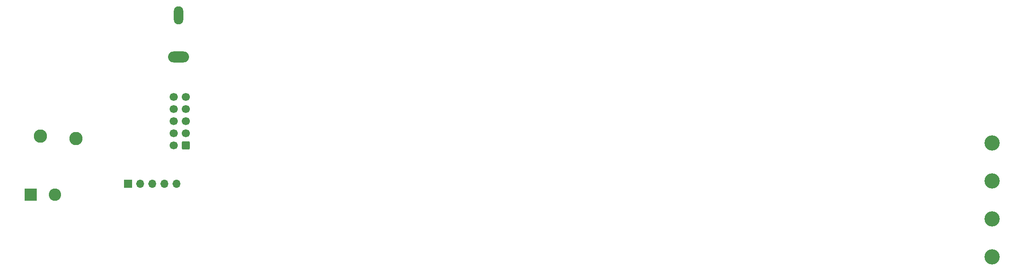
<source format=gbs>
%TF.GenerationSoftware,KiCad,Pcbnew,8.0.1*%
%TF.CreationDate,2024-04-01T15:32:46-05:00*%
%TF.ProjectId,ece445_headset,65636534-3435-45f6-9865-61647365742e,rev?*%
%TF.SameCoordinates,Original*%
%TF.FileFunction,Soldermask,Bot*%
%TF.FilePolarity,Negative*%
%FSLAX46Y46*%
G04 Gerber Fmt 4.6, Leading zero omitted, Abs format (unit mm)*
G04 Created by KiCad (PCBNEW 8.0.1) date 2024-04-01 15:32:46*
%MOMM*%
%LPD*%
G01*
G04 APERTURE LIST*
G04 Aperture macros list*
%AMRoundRect*
0 Rectangle with rounded corners*
0 $1 Rounding radius*
0 $2 $3 $4 $5 $6 $7 $8 $9 X,Y pos of 4 corners*
0 Add a 4 corners polygon primitive as box body*
4,1,4,$2,$3,$4,$5,$6,$7,$8,$9,$2,$3,0*
0 Add four circle primitives for the rounded corners*
1,1,$1+$1,$2,$3*
1,1,$1+$1,$4,$5*
1,1,$1+$1,$6,$7*
1,1,$1+$1,$8,$9*
0 Add four rect primitives between the rounded corners*
20,1,$1+$1,$2,$3,$4,$5,0*
20,1,$1+$1,$4,$5,$6,$7,0*
20,1,$1+$1,$6,$7,$8,$9,0*
20,1,$1+$1,$8,$9,$2,$3,0*%
G04 Aperture macros list end*
%ADD10R,2.600000X2.600000*%
%ADD11C,2.600000*%
%ADD12RoundRect,0.250000X0.600000X0.600000X-0.600000X0.600000X-0.600000X-0.600000X0.600000X-0.600000X0*%
%ADD13C,1.700000*%
%ADD14C,3.200000*%
%ADD15O,4.404000X2.304000*%
%ADD16O,2.004000X3.804000*%
%ADD17C,2.800000*%
%ADD18R,1.700000X1.700000*%
%ADD19O,1.700000X1.700000*%
G04 APERTURE END LIST*
D10*
%TO.C,J3*%
X75955000Y-86305000D03*
D11*
X81035000Y-86305000D03*
%TD*%
D12*
%TO.C,J4*%
X108500000Y-76000000D03*
D13*
X105960000Y-76000000D03*
X108500000Y-73460000D03*
X105960000Y-73460000D03*
X108500000Y-70920000D03*
X105960000Y-70920000D03*
X108500000Y-68380000D03*
X105960000Y-68380000D03*
X108500000Y-65840000D03*
X105960000Y-65840000D03*
%TD*%
D14*
%TO.C,H3*%
X277500000Y-91400000D03*
%TD*%
D15*
%TO.C,J1*%
X107000000Y-57400000D03*
D16*
X107000000Y-48700000D03*
%TD*%
D14*
%TO.C,H2*%
X277500000Y-83450000D03*
%TD*%
%TO.C,H1*%
X277500000Y-75500000D03*
%TD*%
D17*
%TO.C,TP1*%
X78000000Y-74000000D03*
%TD*%
D18*
%TO.C,J2*%
X96380000Y-84000000D03*
D19*
X98920000Y-84000000D03*
X101460000Y-84000000D03*
X104000000Y-84000000D03*
X106540000Y-84000000D03*
%TD*%
D14*
%TO.C,H4*%
X277500000Y-99350000D03*
%TD*%
D17*
%TO.C,TP2*%
X85500000Y-74500000D03*
%TD*%
M02*

</source>
